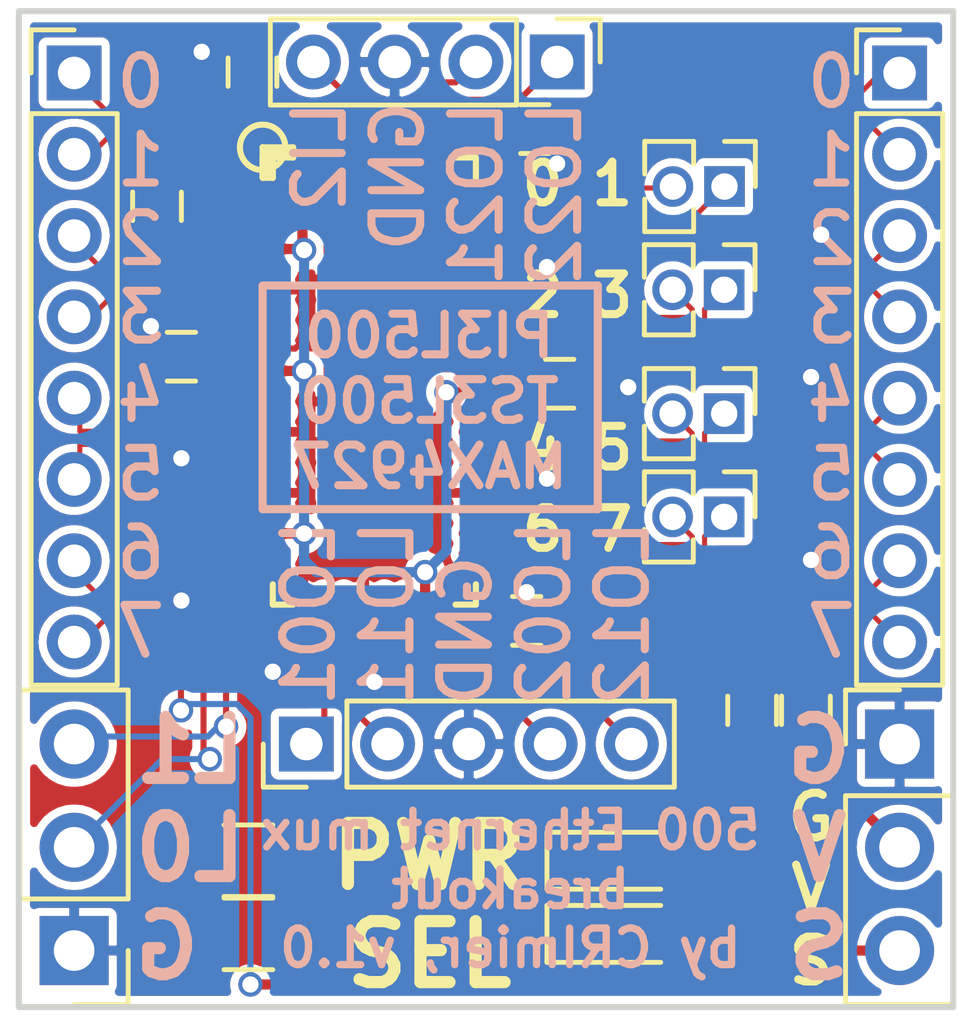
<source format=kicad_pcb>
(kicad_pcb (version 20171130) (host pcbnew "(5.1.2)-1")
  (layers (0 F.Cu signal) (31 B.Cu signal) (34 B.Paste user) (35 F.Paste user) (36 B.SilkS user) (37 F.SilkS user) (38 B.Mask user) (39 F.Mask user) (44 Edge.Cuts user))
  (net 0 "")
  (net 1 GND)
  (net 2 VCC)
  (net 3 A01+)
  (net 4 A01-)
  (net 5 A23+)
  (net 6 A23-)
  (net 7 A45-)
  (net 8 A45+)
  (net 9 A67-)
  (net 10 A67+)
  (net 11 B101-)
  (net 12 B101+)
  (net 13 B132-)
  (net 14 B132+)
  (net 15 B145+)
  (net 16 B145-)
  (net 17 B167+)
  (net 18 B167-)
  (net 19 B201+)
  (net 20 B201-)
  (net 21 B232+)
  (net 22 B232-)
  (net 23 B245+)
  (net 24 B245-)
  (net 25 B267+)
  (net 26 B267-)
  (net 27 SEL)
  (net 28 LI0)
  (net 29 LI1)
  (net 30 LO0_1)
  (net 31 LO1_1)
  (net 32 LO0_2)
  (net 33 LO1_2)
  (net 34 LO2_2)
  (net 35 LO2_1)
  (net 36 LI2)
  (net 37 "Net-(D1-Pad1)")
  (net 38 "Net-(D2-Pad1)")
  (module Capacitors_SMD:C_0603 (layer F.Cu) (at 166.55 112.2 90)
    (fp_text reference C5 hide)
    (fp_text value 1uF)
    (pad 2 smd rect (at 0.75 0 90) (size 0.8 0.75) (layers F.Cu F.Paste F.Mask) (net 1 GND))
    (pad 1 smd rect (at -0.75 0 90) (size 0.8 0.75) (layers F.Cu F.Paste F.Mask) (net 2 VCC))
  )
  (module Capacitors_SMD:C_0603 (layer F.Cu) (at 167.875001 112.2 90)
    (fp_text reference C6 hide)
    (fp_text value 100nF)
    (pad 2 smd rect (at 0.75 0 90) (size 0.8 0.75) (layers F.Cu F.Paste F.Mask) (net 1 GND))
    (pad 1 smd rect (at -0.75 0 90) (size 0.8 0.75) (layers F.Cu F.Paste F.Mask) (net 2 VCC))
  )
  (module Capacitors_SMD:C_0603 (layer F.Cu) (at 154.25 96.5 90)
    (fp_text reference C1 hide)
    (fp_text value 100nF)
    (pad 2 smd rect (at 0.75 0 90) (size 0.8 0.75) (layers F.Cu F.Paste F.Mask) (net 1 GND))
    (pad 1 smd rect (at -0.75 0 90) (size 0.8 0.75) (layers F.Cu F.Paste F.Mask) (net 2 VCC))
  )
  (module Capacitors_SMD:C_0603 (layer F.Cu) (at 161 110)
    (fp_text reference C2 hide)
    (fp_text value 100nF)
    (pad 2 smd rect (at 0.75 0) (size 0.8 0.75) (layers F.Cu F.Paste F.Mask) (net 1 GND))
    (pad 1 smd rect (at -0.75 0) (size 0.8 0.75) (layers F.Cu F.Paste F.Mask) (net 2 VCC))
  )
  (module Capacitors_SMD:C_0603 (layer F.Cu) (at 161.8114 104.1654)
    (fp_text reference C3 hide)
    (fp_text value 100nF)
    (pad 2 smd rect (at 0.75 0) (size 0.8 0.75) (layers F.Cu F.Paste F.Mask) (net 1 GND))
    (pad 1 smd rect (at -0.75 0) (size 0.8 0.75) (layers F.Cu F.Paste F.Mask) (net 2 VCC))
  )
  (module Capacitors_SMD:C_0603 (layer F.Cu) (at 161.2 97.9)
    (fp_text reference C4 hide)
    (fp_text value 100nF)
    (pad 2 smd rect (at 0.75 0) (size 0.8 0.75) (layers F.Cu F.Paste F.Mask) (net 1 GND))
    (pad 1 smd rect (at -0.75 0) (size 0.8 0.75) (layers F.Cu F.Paste F.Mask) (net 2 VCC))
  )
  (module Pin_Headers:Pin_Header_Straight_1x08_Pitch2.00mm (layer F.Cu) (at 149.86 96.52)
    (fp_text reference J1 hide)
    (fp_text value IN)
    (pad 1 thru_hole rect (at 0 0) (size 1.35 1.35) (drill 0.8) (layers *.Cu *.Mask) (net 3 A01+))
    (pad 2 thru_hole oval (at 0 2) (size 1.35 1.35) (drill 0.8) (layers *.Cu *.Mask) (net 4 A01-))
    (pad 3 thru_hole oval (at 0 4) (size 1.35 1.35) (drill 0.8) (layers *.Cu *.Mask) (net 5 A23+))
    (pad 4 thru_hole oval (at 0 6) (size 1.35 1.35) (drill 0.8) (layers *.Cu *.Mask) (net 6 A23-))
    (pad 5 thru_hole oval (at 0 8) (size 1.35 1.35) (drill 0.8) (layers *.Cu *.Mask) (net 7 A45-))
    (pad 6 thru_hole oval (at 0 10) (size 1.35 1.35) (drill 0.8) (layers *.Cu *.Mask) (net 8 A45+))
    (pad 7 thru_hole oval (at 0 12) (size 1.35 1.35) (drill 0.8) (layers *.Cu *.Mask) (net 9 A67-))
    (pad 8 thru_hole oval (at 0 14) (size 1.35 1.35) (drill 0.8) (layers *.Cu *.Mask) (net 10 A67+))
  )
  (module Pin_Headers:Pin_Header_Straight_1x08_Pitch2.00mm (layer F.Cu) (at 170.18 96.52)
    (fp_text reference J6 hide)
    (fp_text value OUT2)
    (pad 1 thru_hole rect (at 0 0) (size 1.35 1.35) (drill 0.8) (layers *.Cu *.Mask) (net 19 B201+))
    (pad 2 thru_hole oval (at 0 2) (size 1.35 1.35) (drill 0.8) (layers *.Cu *.Mask) (net 20 B201-))
    (pad 3 thru_hole oval (at 0 4) (size 1.35 1.35) (drill 0.8) (layers *.Cu *.Mask) (net 21 B232+))
    (pad 4 thru_hole oval (at 0 6) (size 1.35 1.35) (drill 0.8) (layers *.Cu *.Mask) (net 22 B232-))
    (pad 5 thru_hole oval (at 0 8) (size 1.35 1.35) (drill 0.8) (layers *.Cu *.Mask) (net 23 B245+))
    (pad 6 thru_hole oval (at 0 10) (size 1.35 1.35) (drill 0.8) (layers *.Cu *.Mask) (net 24 B245-))
    (pad 7 thru_hole oval (at 0 12) (size 1.35 1.35) (drill 0.8) (layers *.Cu *.Mask) (net 25 B267+))
    (pad 8 thru_hole oval (at 0 14) (size 1.35 1.35) (drill 0.8) (layers *.Cu *.Mask) (net 26 B267-))
  )
  (module footprints:R-PWQFN-N56 (layer F.Cu) (at 157.25 104.1 270)
    (fp_text reference U1 hide)
    (fp_text value 3L500)
    (pad 1 smd oval (at -4.75 2.5 270) (size 0.28 0.85) (layers F.Cu F.Paste F.Mask) (net 1 GND))
    (pad 2 smd oval (at -4.25 2.5 270) (size 0.28 0.85) (layers F.Cu F.Paste F.Mask) (net 3 A01+))
    (pad 3 smd oval (at -3.75 2.5 270) (size 0.28 0.85) (layers F.Cu F.Paste F.Mask) (net 4 A01-))
    (pad 4 smd oval (at -3.25 2.5 270) (size 0.28 0.85) (layers F.Cu F.Paste F.Mask) (net 2 VCC))
    (pad 5 smd oval (at -2.75 2.5 270) (size 0.28 0.85) (layers F.Cu F.Paste F.Mask))
    (pad 6 smd oval (at -2.25 2.5 270) (size 0.28 0.85) (layers F.Cu F.Paste F.Mask) (net 1 GND))
    (pad 7 smd oval (at -1.75 2.5 270) (size 0.28 0.85) (layers F.Cu F.Paste F.Mask) (net 5 A23+))
    (pad 8 smd oval (at -1.25 2.5 270) (size 0.28 0.85) (layers F.Cu F.Paste F.Mask) (net 6 A23-))
    (pad 9 smd oval (at -0.75 2.5 270) (size 0.28 0.85) (layers F.Cu F.Paste F.Mask) (net 1 GND))
    (pad 10 smd oval (at -0.25 2.5 270) (size 0.28 0.85) (layers F.Cu F.Paste F.Mask) (net 2 VCC))
    (pad 11 smd oval (at 0.25 2.5 270) (size 0.28 0.85) (layers F.Cu F.Paste F.Mask) (net 7 A45-))
    (pad 12 smd oval (at 0.75 2.5 270) (size 0.28 0.85) (layers F.Cu F.Paste F.Mask) (net 8 A45+))
    (pad 13 smd oval (at 1.25 2.5 270) (size 0.28 0.85) (layers F.Cu F.Paste F.Mask) (net 1 GND))
    (pad 14 smd oval (at 1.75 2.5 270) (size 0.28 0.85) (layers F.Cu F.Paste F.Mask) (net 9 A67-))
    (pad 15 smd oval (at 2.25 2.5 270) (size 0.28 0.85) (layers F.Cu F.Paste F.Mask) (net 10 A67+))
    (pad 16 smd oval (at 2.75 2.5 270) (size 0.28 0.85) (layers F.Cu F.Paste F.Mask) (net 1 GND))
    (pad 17 smd oval (at 3.25 2.5 270) (size 0.28 0.85) (layers F.Cu F.Paste F.Mask) (net 27 SEL))
    (pad 18 smd oval (at 3.75 2.5 270) (size 0.28 0.85) (layers F.Cu F.Paste F.Mask) (net 2 VCC))
    (pad 19 smd oval (at 4.25 2.5 270) (size 0.28 0.85) (layers F.Cu F.Paste F.Mask) (net 28 LI0))
    (pad 20 smd oval (at 4.75 2.5 270) (size 0.28 0.85) (layers F.Cu F.Paste F.Mask) (net 29 LI1))
    (pad 21 smd oval (at 5.5 1.75) (size 0.28 0.85) (layers F.Cu F.Paste F.Mask) (net 1 GND))
    (pad 22 smd oval (at 5.5 1.25) (size 0.28 0.85) (layers F.Cu F.Paste F.Mask) (net 30 LO0_1))
    (pad 23 smd oval (at 5.5 0.75) (size 0.28 0.85) (layers F.Cu F.Paste F.Mask) (net 31 LO1_1))
    (pad 24 smd oval (at 5.5 0.25) (size 0.28 0.85) (layers F.Cu F.Paste F.Mask) (net 1 GND))
    (pad 25 smd oval (at 5.5 -0.25) (size 0.28 0.85) (layers F.Cu F.Paste F.Mask) (net 32 LO0_2))
    (pad 26 smd oval (at 5.5 -0.75) (size 0.28 0.85) (layers F.Cu F.Paste F.Mask) (net 33 LO1_2))
    (pad 27 smd oval (at 5.5 -1.25) (size 0.28 0.85) (layers F.Cu F.Paste F.Mask) (net 2 VCC))
    (pad 28 smd oval (at 5.5 -1.75) (size 0.28 0.85) (layers F.Cu F.Paste F.Mask) (net 1 GND))
    (pad 29 smd oval (at 4.75 -2.5 270) (size 0.28 0.85) (layers F.Cu F.Paste F.Mask) (net 26 B267-))
    (pad 30 smd oval (at 4.25 -2.5 270) (size 0.28 0.85) (layers F.Cu F.Paste F.Mask) (net 25 B267+))
    (pad 31 smd oval (at 3.75 -2.5 270) (size 0.28 0.85) (layers F.Cu F.Paste F.Mask) (net 17 B167+))
    (pad 32 smd oval (at 3.25 -2.5 270) (size 0.28 0.85) (layers F.Cu F.Paste F.Mask) (net 18 B167-))
    (pad 33 smd oval (at 2.75 -2.5 270) (size 0.28 0.85) (layers F.Cu F.Paste F.Mask) (net 1 GND))
    (pad 34 smd oval (at 2.25 -2.5 270) (size 0.28 0.85) (layers F.Cu F.Paste F.Mask) (net 24 B245-))
    (pad 35 smd oval (at 1.75 -2.5 270) (size 0.28 0.85) (layers F.Cu F.Paste F.Mask) (net 23 B245+))
    (pad 36 smd oval (at 1.25 -2.5 270) (size 0.28 0.85) (layers F.Cu F.Paste F.Mask) (net 15 B145+))
    (pad 37 smd oval (at 0.75 -2.5 270) (size 0.28 0.85) (layers F.Cu F.Paste F.Mask) (net 16 B145-))
    (pad 38 smd oval (at 0.25 -2.5 270) (size 0.28 0.85) (layers F.Cu F.Paste F.Mask) (net 2 VCC))
    (pad 39 smd oval (at -0.25 -2.5 270) (size 0.28 0.85) (layers F.Cu F.Paste F.Mask) (net 1 GND))
    (pad 40 smd oval (at -0.75 -2.5 270) (size 0.28 0.85) (layers F.Cu F.Paste F.Mask) (net 22 B232-))
    (pad 41 smd oval (at -1.25 -2.5 270) (size 0.28 0.85) (layers F.Cu F.Paste F.Mask) (net 21 B232+))
    (pad 42 smd oval (at -1.75 -2.5 270) (size 0.28 0.85) (layers F.Cu F.Paste F.Mask) (net 13 B132-))
    (pad 43 smd oval (at -2.25 -2.5 270) (size 0.28 0.85) (layers F.Cu F.Paste F.Mask) (net 14 B132+))
    (pad 44 smd oval (at -2.75 -2.5 270) (size 0.28 0.85) (layers F.Cu F.Paste F.Mask) (net 1 GND))
    (pad 45 smd oval (at -3.25 -2.5 270) (size 0.28 0.85) (layers F.Cu F.Paste F.Mask) (net 20 B201-))
    (pad 46 smd oval (at -3.75 -2.5 270) (size 0.28 0.85) (layers F.Cu F.Paste F.Mask) (net 19 B201+))
    (pad 47 smd oval (at -4.25 -2.5 270) (size 0.28 0.85) (layers F.Cu F.Paste F.Mask) (net 11 B101-))
    (pad 48 smd oval (at -4.75 -2.5 270) (size 0.28 0.85) (layers F.Cu F.Paste F.Mask) (net 12 B101+))
    (pad 49 smd oval (at -5.5 -1.75) (size 0.28 0.85) (layers F.Cu F.Paste F.Mask) (net 1 GND))
    (pad 50 smd oval (at -5.5 -1.25) (size 0.28 0.85) (layers F.Cu F.Paste F.Mask) (net 2 VCC))
    (pad 51 smd oval (at -5.5 -0.75) (size 0.28 0.85) (layers F.Cu F.Paste F.Mask) (net 34 LO2_2))
    (pad 52 smd oval (at -5.5 -0.25) (size 0.28 0.85) (layers F.Cu F.Paste F.Mask) (net 35 LO2_1))
    (pad 53 smd oval (at -5.5 0.25) (size 0.28 0.85) (layers F.Cu F.Paste F.Mask) (net 1 GND))
    (pad 54 smd oval (at -5.5 0.75) (size 0.28 0.85) (layers F.Cu F.Paste F.Mask) (net 36 LI2))
    (pad 55 smd oval (at -5.5 1.25) (size 0.28 0.85) (layers F.Cu F.Paste F.Mask) (net 1 GND))
    (pad 56 smd oval (at -5.5 1.75) (size 0.28 0.85) (layers F.Cu F.Paste F.Mask) (net 2 VCC))
    (pad 1 smd rect (at 0.5 -0.75 270) (size 0.76 1) (layers F.Cu F.Paste F.Mask) (net 1 GND))
    (pad 1 smd rect (at 0.5 0.75 270) (size 0.76 1) (layers F.Cu F.Paste F.Mask) (net 1 GND))
    (pad 1 smd rect (at -0.5 0.75 270) (size 0.76 1) (layers F.Cu F.Paste F.Mask) (net 1 GND))
    (pad 1 smd rect (at -0.5 -0.75 270) (size 0.76 1) (layers F.Cu F.Paste F.Mask) (net 1 GND))
    (pad 1 smd rect (at -1.5 -0.75 270) (size 0.76 1) (layers F.Cu F.Paste F.Mask) (net 1 GND))
    (pad 1 smd rect (at -1.5 0.75 270) (size 0.76 1) (layers F.Cu F.Paste F.Mask) (net 1 GND))
    (pad 1 smd rect (at -2.5 0.75 270) (size 0.76 1) (layers F.Cu F.Paste F.Mask) (net 1 GND))
    (pad 1 smd rect (at -2.5 -0.75 270) (size 0.76 1) (layers F.Cu F.Paste F.Mask) (net 1 GND))
    (pad 1 smd rect (at 2.5 0.75 270) (size 0.76 1) (layers F.Cu F.Paste F.Mask) (net 1 GND))
    (pad 1 smd rect (at 1.5 0.75 270) (size 0.76 1) (layers F.Cu F.Paste F.Mask) (net 1 GND))
    (pad 1 smd rect (at 2.5 -0.75 270) (size 0.76 1) (layers F.Cu F.Paste F.Mask) (net 1 GND))
    (pad 1 smd rect (at 1.5 -0.75 270) (size 0.76 1) (layers F.Cu F.Paste F.Mask) (net 1 GND))
    (pad 1 smd rect (at 3.5 0.75 270) (size 0.76 1) (layers F.Cu F.Paste F.Mask) (net 1 GND))
    (pad 1 smd rect (at 3.5 -0.75 270) (size 0.76 1) (layers F.Cu F.Paste F.Mask) (net 1 GND))
    (pad 1 smd rect (at -3.5 0.75 270) (size 0.76 1) (layers F.Cu F.Paste F.Mask) (net 1 GND))
    (pad 1 smd rect (at -3.5 -0.75 270) (size 0.76 1) (layers F.Cu F.Paste F.Mask) (net 1 GND))
  )
  (module Pin_Headers:Pin_Header_Straight_1x02_Pitch1.27mm (layer F.Cu) (at 165.87 99.314 270)
    (fp_text reference J2 hide)
    (fp_text value 01)
    (pad 1 thru_hole rect (at 0 0 270) (size 1 1) (drill 0.65) (layers *.Cu *.Mask) (net 11 B101-))
    (pad 2 thru_hole oval (at 0 1.27 270) (size 1 1) (drill 0.65) (layers *.Cu *.Mask) (net 12 B101+))
  )
  (module Pin_Headers:Pin_Header_Straight_1x02_Pitch1.27mm (layer F.Cu) (at 165.862 101.854 270)
    (fp_text reference J3 hide)
    (fp_text value 23)
    (pad 1 thru_hole rect (at 0 0 270) (size 1 1) (drill 0.65) (layers *.Cu *.Mask) (net 13 B132-))
    (pad 2 thru_hole oval (at 0 1.27 270) (size 1 1) (drill 0.65) (layers *.Cu *.Mask) (net 14 B132+))
  )
  (module Pin_Headers:Pin_Header_Straight_1x02_Pitch1.27mm (layer F.Cu) (at 165.862 104.902 270)
    (fp_text reference J4 hide)
    (fp_text value 45)
    (pad 1 thru_hole rect (at 0 0 270) (size 1 1) (drill 0.65) (layers *.Cu *.Mask) (net 15 B145+))
    (pad 2 thru_hole oval (at 0 1.27 270) (size 1 1) (drill 0.65) (layers *.Cu *.Mask) (net 16 B145-))
  )
  (module Pin_Headers:Pin_Header_Straight_1x02_Pitch1.27mm (layer F.Cu) (at 165.862 107.442 270)
    (fp_text reference J5 hide)
    (fp_text value 67)
    (pad 1 thru_hole rect (at 0 0 270) (size 1 1) (drill 0.65) (layers *.Cu *.Mask) (net 17 B167+))
    (pad 2 thru_hole oval (at 0 1.27 270) (size 1 1) (drill 0.65) (layers *.Cu *.Mask) (net 18 B167-))
  )
  (module Pin_Headers:Pin_Header_Straight_1x05_Pitch2.00mm (layer F.Cu) (at 155.5755 113.03 90)
    (fp_text reference J8 hide)
    (fp_text value LO0/1)
    (pad 1 thru_hole rect (at 0 0 90) (size 1.35 1.35) (drill 0.8) (layers *.Cu *.Mask) (net 30 LO0_1))
    (pad 2 thru_hole oval (at 0 2 90) (size 1.35 1.35) (drill 0.8) (layers *.Cu *.Mask) (net 31 LO1_1))
    (pad 3 thru_hole oval (at 0 4 90) (size 1.35 1.35) (drill 0.8) (layers *.Cu *.Mask) (net 1 GND))
    (pad 4 thru_hole oval (at 0 6 90) (size 1.35 1.35) (drill 0.8) (layers *.Cu *.Mask) (net 32 LO0_2))
    (pad 5 thru_hole oval (at 0 8 90) (size 1.35 1.35) (drill 0.8) (layers *.Cu *.Mask) (net 33 LO1_2))
  )
  (module Pin_Headers:Pin_Header_Straight_1x04_Pitch2.00mm (layer F.Cu) (at 161.75 96.25 270)
    (fp_text reference J9 hide)
    (fp_text value LO2)
    (pad 1 thru_hole rect (at 0 0 270) (size 1.35 1.35) (drill 0.8) (layers *.Cu *.Mask) (net 34 LO2_2))
    (pad 2 thru_hole oval (at 0 2 270) (size 1.35 1.35) (drill 0.8) (layers *.Cu *.Mask) (net 35 LO2_1))
    (pad 3 thru_hole oval (at 0 4 270) (size 1.35 1.35) (drill 0.8) (layers *.Cu *.Mask) (net 1 GND))
    (pad 4 thru_hole oval (at 0 6 270) (size 1.35 1.35) (drill 0.8) (layers *.Cu *.Mask) (net 36 LI2))
  )
  (module Pin_Headers:Pin_Header_Straight_1x03_Pitch2.54mm (layer F.Cu) (at 170.18 113.03)
    (fp_text reference J7 hide)
    (fp_text value IO)
    (pad 1 thru_hole rect (at 0 0) (size 1.7 1.7) (drill 1) (layers *.Cu *.Mask) (net 1 GND))
    (pad 2 thru_hole oval (at 0 2.54) (size 1.7 1.7) (drill 1) (layers *.Cu *.Mask) (net 2 VCC))
    (pad 3 thru_hole oval (at 0 5.08) (size 1.7 1.7) (drill 1) (layers *.Cu *.Mask) (net 27 SEL))
  )
  (module Pin_Headers:Pin_Header_Straight_1x03_Pitch2.54mm (layer F.Cu) (at 149.86 118.11 180)
    (fp_text reference J10 hide)
    (fp_text value LI)
    (pad 1 thru_hole rect (at 0 0 180) (size 1.7 1.7) (drill 1) (layers *.Cu *.Mask) (net 1 GND))
    (pad 2 thru_hole oval (at 0 2.54 180) (size 1.7 1.7) (drill 1) (layers *.Cu *.Mask) (net 28 LI0))
    (pad 3 thru_hole oval (at 0 5.08 180) (size 1.7 1.7) (drill 1) (layers *.Cu *.Mask) (net 29 LI1))
  )
  (module Capacitors_SMD:C_0603 (layer F.Cu) (at 152.5 103.5 180)
    (fp_text reference C7 hide)
    (fp_text value 100nF)
    (pad 2 smd rect (at 0.75 0 180) (size 0.8 0.75) (layers F.Cu F.Paste F.Mask) (net 1 GND))
    (pad 1 smd rect (at -0.75 0 180) (size 0.8 0.75) (layers F.Cu F.Paste F.Mask) (net 2 VCC))
  )
  (module Capacitors_SMD:C_0603 (layer F.Cu) (at 151.9 99.8 90)
    (fp_text reference C8 hide)
    (fp_text value 100nF)
    (pad 2 smd rect (at 0.75 0 90) (size 0.8 0.75) (layers F.Cu F.Paste F.Mask) (net 1 GND))
    (pad 1 smd rect (at -0.75 0 90) (size 0.8 0.75) (layers F.Cu F.Paste F.Mask) (net 2 VCC))
  )
  (module LEDs:LED_0805 (layer F.Cu) (at 163.3 117.7)
    (fp_text reference D1 hide)
    (fp_text value LED)
    (pad 2 smd rect (at 1.1 0 180) (size 1.2 1.2) (layers F.Cu F.Paste F.Mask) (net 27 SEL))
    (pad 1 smd rect (at -1.1 0 180) (size 1.2 1.2) (layers F.Cu F.Paste F.Mask) (net 37 "Net-(D1-Pad1)"))
  )
  (module LEDs:LED_0805 (layer F.Cu) (at 163.3 115.9)
    (fp_text reference D2 hide)
    (fp_text value LED)
    (pad 2 smd rect (at 1.1 0 180) (size 1.2 1.2) (layers F.Cu F.Paste F.Mask) (net 2 VCC))
    (pad 1 smd rect (at -1.1 0 180) (size 1.2 1.2) (layers F.Cu F.Paste F.Mask) (net 38 "Net-(D2-Pad1)"))
  )
  (module Resistors_SMD:R_0805 (layer F.Cu) (at 154.15 117.7 180)
    (fp_text reference R1 hide)
    (fp_text value 1K)
    (pad 1 smd rect (at -0.95 0 180) (size 0.7 1.3) (layers F.Cu F.Paste F.Mask) (net 37 "Net-(D1-Pad1)"))
    (pad 2 smd rect (at 0.95 0 180) (size 0.7 1.3) (layers F.Cu F.Paste F.Mask) (net 1 GND))
  )
  (module Resistors_SMD:R_0805 (layer F.Cu) (at 154.15 115.9 180)
    (fp_text reference R2 hide)
    (fp_text value 1K)
    (pad 1 smd rect (at -0.95 0 180) (size 0.7 1.3) (layers F.Cu F.Paste F.Mask) (net 38 "Net-(D2-Pad1)"))
    (pad 2 smd rect (at 0.95 0 180) (size 0.7 1.3) (layers F.Cu F.Paste F.Mask) (net 1 GND))
  )
  (gr_text "G\nV\nS" (at 168 116.6) (layer F.SilkS) (effects (font (size 1.1 1.1) (thickness 0.2))))
  (gr_text "6 7" (at 162.25 107.75) (layer F.SilkS) (effects (font (size 1 1) (thickness 0.2))))
  (gr_text "4 5" (at 162.25 105.75) (layer F.SilkS) (effects (font (size 1 1) (thickness 0.2))))
  (gr_text "2 3" (at 162.25 102) (layer F.SilkS) (effects (font (size 1 1) (thickness 0.2))))
  (gr_text "0 1" (at 162.25 99.25) (layer F.SilkS) (effects (font (size 1 1) (thickness 0.2))))
  (gr_line (start 154.5 107.25) (end 154.5 101.75) (layer B.SilkS) (width 0.2))
  (gr_line (start 162.75 107.25) (end 154.5 107.25) (layer B.SilkS) (width 0.2))
  (gr_line (start 162.75 101.75) (end 162.75 107.25) (layer B.SilkS) (width 0.2))
  (gr_line (start 154.5 101.75) (end 162.75 101.75) (layer B.SilkS) (width 0.2))
  (gr_text "PI3L500\nTS3L500\nMAX4927" (at 158.6 104.6) (layer B.SilkS) (effects (font (size 1 1) (thickness 0.2)) (justify mirror)))
  (gr_text "LI2\nGND\nLO21\nLO22" (at 158.8 97.1 90) (layer B.SilkS) (effects (font (size 1.2 1.2) (thickness 0.2)) (justify left mirror)))
  (gr_text "LO01\nLO11\nGND\nLO02\nLO12" (at 159.5 112.2 90) (layer B.SilkS) (effects (font (size 1.2 1.2) (thickness 0.2)) (justify right mirror)))
  (gr_text "0\n1\n2\n3\n4\n5\n6\n7" (at 168.5 103.5) (layer B.SilkS) (effects (font (size 1.2 1.2) (thickness 0.2)) (justify mirror)))
  (gr_text "0\n1\n2\n3\n4\n5\n6\n7" (at 151.5 103.5) (layer B.SilkS) (effects (font (size 1.2 1.2) (thickness 0.2)) (justify mirror)))
  (gr_text "L1\nL0\nG" (at 151.2 115.6) (layer B.SilkS) (effects (font (size 1.5 1.5) (thickness 0.3)) (justify right mirror)))
  (gr_text "G\nV\nS" (at 168.2 115.6) (layer B.SilkS) (effects (font (size 1.5 1.5) (thickness 0.3)) (justify mirror)))
  (gr_text "500 Ethernet mux\nbreakout\nby CRImier, v1.0" (at 160.6 116.6) (layer B.SilkS) (effects (font (size 0.9 0.9) (thickness 0.18)) (justify mirror)))
  (gr_text "PWR\nSEL" (at 158.6 117) (layer F.SilkS) (effects (font (size 1.5 1.5) (thickness 0.3))))
  (gr_line (start 148.5 119.5) (end 148.5 95) (layer Edge.Cuts) (width 0.15))
  (gr_line (start 171.5 119.5) (end 148.5 119.5) (layer Edge.Cuts) (width 0.15))
  (gr_line (start 171.5 95) (end 171.5 119.5) (layer Edge.Cuts) (width 0.15))
  (gr_line (start 148.5 95) (end 171.5 95) (layer Edge.Cuts) (width 0.15))
  (segment (start 155.6 102.6) (end 156.5 102.6) (width 0.15) (layer F.Cu) (net 1))
  (segment (start 155.6 103) (end 155.6 102.6) (width 0.15) (layer F.Cu) (net 1))
  (segment (start 155.3 103.3) (end 155.6 103) (width 0.15) (layer F.Cu) (net 1))
  (segment (start 155.143628 103.3) (end 155.3 103.3) (width 0.15) (layer F.Cu) (net 1))
  (segment (start 154.75 103.35) (end 155.093628 103.35) (width 0.15) (layer F.Cu) (net 1))
  (segment (start 155.093628 103.35) (end 155.143628 103.3) (width 0.15) (layer F.Cu) (net 1))
  (segment (start 154.75 101.85) (end 154.406372 101.85) (width 0.15) (layer F.Cu) (net 1))
  (segment (start 154.406372 101.85) (end 153.856372 101.3) (width 0.15) (layer F.Cu) (net 1))
  (segment (start 151.75 103.5) (end 151.75 102.75) (width 0.25) (layer F.Cu) (net 1))
  (via (at 151.75 102.75) (size 0.6) (drill 0.4) (layers F.Cu B.Cu) (net 1))
  (segment (start 154.25 95.75) (end 153.25 95.75) (width 0.25) (layer F.Cu) (net 1))
  (segment (start 153.25 95.75) (end 153 96) (width 0.25) (layer F.Cu) (net 1))
  (via (at 153 96) (size 0.6) (drill 0.4) (layers F.Cu B.Cu) (net 1))
  (segment (start 162 97.75) (end 162 98.5) (width 0.1) (layer F.Cu) (net 1))
  (segment (start 162 98.5) (end 161.75 98.75) (width 0.1) (layer F.Cu) (net 1))
  (via (at 161.75 98.75) (size 0.6) (drill 0.4) (layers F.Cu B.Cu) (net 1))
  (segment (start 161.75 110) (end 161.705 110) (width 0.1) (layer F.Cu) (net 1))
  (segment (start 161.705 110) (end 161 109.295) (width 0.1) (layer F.Cu) (net 1))
  (via (at 161 109.295) (size 0.6) (drill 0.4) (layers F.Cu B.Cu) (net 1))
  (segment (start 157 109.6) (end 157 111.25) (width 0.1) (layer F.Cu) (net 1))
  (segment (start 157 111.25) (end 157.25 111.5) (width 0.1) (layer F.Cu) (net 1))
  (via (at 157.25 111.5) (size 0.6) (drill 0.4) (layers F.Cu B.Cu) (net 1))
  (segment (start 155.5 109.6) (end 155.5 110.5) (width 0.1) (layer F.Cu) (net 1))
  (segment (start 155.5 110.5) (end 154.75 111.25) (width 0.1) (layer F.Cu) (net 1))
  (via (at 154.75 111.25) (size 0.6) (drill 0.4) (layers F.Cu B.Cu) (net 1))
  (via (at 152.5 109.5) (size 0.6) (drill 0.4) (layers F.Cu B.Cu) (net 1))
  (segment (start 154.75 106.85) (end 154.338652 106.85) (width 0.1) (layer F.Cu) (net 1))
  (segment (start 168 104) (end 168 100.75) (width 0.1) (layer B.Cu) (net 1))
  (segment (start 168 100.75) (end 168.25 100.5) (width 0.1) (layer B.Cu) (net 1))
  (via (at 168.25 100.5) (size 0.6) (drill 0.4) (layers F.Cu B.Cu) (net 1))
  (segment (start 168 108.5) (end 168 104) (width 0.1) (layer B.Cu) (net 1))
  (via (at 168 104) (size 0.6) (drill 0.4) (layers F.Cu B.Cu) (net 1))
  (segment (start 161.5 107) (end 163 108.5) (width 0.1) (layer B.Cu) (net 1))
  (segment (start 163 108.5) (end 168 108.5) (width 0.1) (layer B.Cu) (net 1))
  (via (at 168 108.5) (size 0.6) (drill 0.4) (layers F.Cu B.Cu) (net 1))
  (segment (start 161.5 106.5) (end 161.5 107) (width 0.1) (layer B.Cu) (net 1))
  (segment (start 154.75 105.35) (end 153.15 105.35) (width 0.1) (layer F.Cu) (net 1))
  (segment (start 153.15 105.35) (end 152.5 106) (width 0.1) (layer F.Cu) (net 1))
  (via (at 152.5 106) (size 0.6) (drill 0.4) (layers F.Cu B.Cu) (net 1))
  (segment (start 154.75 101.85) (end 154.35 101.85) (width 0.1) (layer F.Cu) (net 1))
  (segment (start 159.75 103.85) (end 160.228671 103.85) (width 0.1) (layer F.Cu) (net 1))
  (segment (start 160.228671 103.85) (end 160.518272 103.560399) (width 0.1) (layer F.Cu) (net 1))
  (segment (start 160.518272 103.560399) (end 161.956399 103.560399) (width 0.1) (layer F.Cu) (net 1))
  (segment (start 161.956399 103.560399) (end 162.5614 104.1654) (width 0.1) (layer F.Cu) (net 1))
  (segment (start 159.75 101.35) (end 161.445 101.35) (width 0.1) (layer F.Cu) (net 1))
  (segment (start 161.445 101.35) (end 161.5 101.295) (width 0.1) (layer F.Cu) (net 1))
  (via (at 161.5 101.295) (size 0.6) (drill 0.4) (layers F.Cu B.Cu) (net 1))
  (segment (start 162.5614 104.1654) (end 163.4154 104.1654) (width 0.1) (layer F.Cu) (net 1))
  (segment (start 163.4154 104.1654) (end 163.5 104.25) (width 0.1) (layer F.Cu) (net 1))
  (via (at 163.5 104.25) (size 0.6) (drill 0.4) (layers F.Cu B.Cu) (net 1))
  (segment (start 159.75 106.85) (end 161.15 106.85) (width 0.1) (layer F.Cu) (net 1))
  (segment (start 161.15 106.85) (end 161.5 106.5) (width 0.1) (layer F.Cu) (net 1))
  (via (at 161.5 106.5) (size 0.6) (drill 0.4) (layers F.Cu B.Cu) (net 1))
  (segment (start 158.9786 103.759) (end 158.8196 103.6) (width 0.25) (layer F.Cu) (net 1))
  (segment (start 158.8196 103.6) (end 158 103.6) (width 0.25) (layer F.Cu) (net 1))
  (segment (start 159.244661 103.759) (end 158.9786 103.759) (width 0.25) (layer F.Cu) (net 1))
  (segment (start 159.75 103.85) (end 159.335661 103.85) (width 0.25) (layer F.Cu) (net 1))
  (segment (start 159.335661 103.85) (end 159.244661 103.759) (width 0.25) (layer F.Cu) (net 1))
  (segment (start 152.5 109.25) (end 152.5 109.5) (width 0.1) (layer F.Cu) (net 1))
  (segment (start 153.352285 108.397715) (end 152.5 109.25) (width 0.1) (layer F.Cu) (net 1))
  (segment (start 153.352285 107.647715) (end 153.352285 108.397715) (width 0.1) (layer F.Cu) (net 1))
  (segment (start 154.75 106.85) (end 154.15 106.85) (width 0.1) (layer F.Cu) (net 1))
  (segment (start 154.15 106.85) (end 153.352285 107.647715) (width 0.1) (layer F.Cu) (net 1))
  (segment (start 164.55 115.75) (end 164.4 115.9) (width 0.2) (layer F.Cu) (net 2))
  (segment (start 154.75 100.85) (end 152.2 100.85) (width 0.25) (layer F.Cu) (net 2))
  (segment (start 152.2 100.85) (end 151.9 100.55) (width 0.25) (layer F.Cu) (net 2))
  (segment (start 154.75 103.85) (end 153.6 103.85) (width 0.25) (layer F.Cu) (net 2))
  (segment (start 153.6 103.85) (end 153.25 103.5) (width 0.25) (layer F.Cu) (net 2))
  (segment (start 155.5 98.6) (end 155.5 98.5) (width 0.25) (layer F.Cu) (net 2))
  (segment (start 155.5 98.5) (end 154.25 97.25) (width 0.25) (layer F.Cu) (net 2))
  (segment (start 158.975661 110.49) (end 159.76 110.49) (width 0.25) (layer F.Cu) (net 2))
  (segment (start 159.76 110.49) (end 160.25 110) (width 0.25) (layer F.Cu) (net 2))
  (segment (start 158.5 109.6) (end 158.5 110.014339) (width 0.25) (layer F.Cu) (net 2))
  (segment (start 158.5 110.014339) (end 158.975661 110.49) (width 0.25) (layer F.Cu) (net 2))
  (segment (start 155.519998 107.85) (end 155.519998 108.598887) (width 0.25) (layer B.Cu) (net 2))
  (segment (start 158.5 98.6) (end 158.5 98.097387) (width 0.25) (layer F.Cu) (net 2))
  (segment (start 158.5 98.097387) (end 158.847387 97.75) (width 0.25) (layer F.Cu) (net 2))
  (segment (start 158.847387 97.75) (end 160.5 97.75) (width 0.25) (layer F.Cu) (net 2))
  (segment (start 159.75 104.35) (end 160.8768 104.35) (width 0.25) (layer F.Cu) (net 2))
  (segment (start 160.8768 104.35) (end 161.0614 104.1654) (width 0.25) (layer F.Cu) (net 2))
  (segment (start 155.48001 99.4) (end 155.48001 100.5) (width 0.25) (layer F.Cu) (net 2))
  (segment (start 155.48001 100.5) (end 155.48001 100.720937) (width 0.25) (layer F.Cu) (net 2))
  (segment (start 155.519998 100.875) (end 155.48001 100.835012) (width 0.25) (layer F.Cu) (net 2))
  (segment (start 155.48001 100.835012) (end 155.48001 100.5) (width 0.25) (layer F.Cu) (net 2))
  (segment (start 155.519998 103.85) (end 155.519998 100.875) (width 0.25) (layer B.Cu) (net 2))
  (via (at 155.519998 100.875) (size 0.6) (drill 0.4) (layers F.Cu B.Cu) (net 2))
  (segment (start 155.48001 100.720937) (end 155.350947 100.85) (width 0.25) (layer F.Cu) (net 2))
  (segment (start 155.350947 100.85) (end 154.75 100.85) (width 0.25) (layer F.Cu) (net 2))
  (segment (start 155.519998 103.85) (end 154.75 103.85) (width 0.25) (layer F.Cu) (net 2))
  (segment (start 155.519998 107.85) (end 155.519998 103.85) (width 0.25) (layer B.Cu) (net 2))
  (via (at 155.519998 103.85) (size 0.6) (drill 0.4) (layers F.Cu B.Cu) (net 2))
  (segment (start 159.025 104.375) (end 159.725 104.375) (width 0.25) (layer F.Cu) (net 2))
  (segment (start 159.725 104.375) (end 159.75 104.35) (width 0.25) (layer F.Cu) (net 2))
  (segment (start 158.5 108.8) (end 159.025 108.275) (width 0.25) (layer B.Cu) (net 2))
  (segment (start 159.025 108.275) (end 159.025 104.375) (width 0.25) (layer B.Cu) (net 2))
  (via (at 159.025 104.375) (size 0.6) (drill 0.4) (layers F.Cu B.Cu) (net 2))
  (segment (start 158.5 108.8) (end 158.5 109.6) (width 0.25) (layer F.Cu) (net 2))
  (segment (start 155.519998 108.494998) (end 155.825 108.8) (width 0.25) (layer B.Cu) (net 2))
  (segment (start 155.825 108.8) (end 158.5 108.8) (width 0.25) (layer B.Cu) (net 2))
  (via (at 158.5 108.8) (size 0.6) (drill 0.4) (layers F.Cu B.Cu) (net 2))
  (segment (start 155.519998 107.85) (end 155.519998 108.494998) (width 0.25) (layer B.Cu) (net 2))
  (segment (start 154.75 107.85) (end 155.519998 107.85) (width 0.25) (layer F.Cu) (net 2))
  (via (at 155.519998 107.85) (size 0.6) (drill 0.4) (layers F.Cu B.Cu) (net 2))
  (segment (start 155.48001 98.61999) (end 155.48001 99.4) (width 0.25) (layer F.Cu) (net 2))
  (segment (start 158.114339 99.4) (end 155.48001 99.4) (width 0.25) (layer F.Cu) (net 2))
  (segment (start 158.5 98.6) (end 158.5 99.014339) (width 0.25) (layer F.Cu) (net 2))
  (segment (start 158.5 99.014339) (end 158.114339 99.4) (width 0.25) (layer F.Cu) (net 2))
  (segment (start 155.5 98.6) (end 155.48001 98.61999) (width 0.25) (layer F.Cu) (net 2))
  (segment (start 168 113.074999) (end 167.875001 112.95) (width 0.25) (layer F.Cu) (net 2))
  (segment (start 166.55 112.95) (end 167.875001 112.95) (width 0.25) (layer F.Cu) (net 2))
  (segment (start 169.16 114.55) (end 170.18 115.57) (width 0.25) (layer F.Cu) (net 2))
  (segment (start 161.36348 111.11348) (end 164.71348 111.11348) (width 0.25) (layer F.Cu) (net 2))
  (segment (start 160.25 110) (end 161.36348 111.11348) (width 0.25) (layer F.Cu) (net 2))
  (segment (start 164.71348 111.11348) (end 165.2 111.6) (width 0.25) (layer F.Cu) (net 2))
  (segment (start 165.2 111.6) (end 165.2 112.6) (width 0.25) (layer F.Cu) (net 2))
  (segment (start 165.55 112.95) (end 166.55 112.95) (width 0.25) (layer F.Cu) (net 2))
  (segment (start 167.875001 114.275001) (end 168.15 114.55) (width 0.25) (layer F.Cu) (net 2))
  (segment (start 167.875001 112.95) (end 167.875001 114.275001) (width 0.25) (layer F.Cu) (net 2))
  (segment (start 168.15 114.55) (end 169.16 114.55) (width 0.25) (layer F.Cu) (net 2))
  (segment (start 164.4 115.9) (end 164.4 114.6) (width 0.2) (layer F.Cu) (net 2))
  (segment (start 164.4 114.6) (end 165 114) (width 0.2) (layer F.Cu) (net 2))
  (segment (start 165 113.2) (end 165.4 112.8) (width 0.2) (layer F.Cu) (net 2))
  (segment (start 165 114) (end 165 113.2) (width 0.2) (layer F.Cu) (net 2))
  (segment (start 165.2 112.6) (end 165.4 112.8) (width 0.25) (layer F.Cu) (net 2))
  (segment (start 165.4 112.8) (end 165.55 112.95) (width 0.25) (layer F.Cu) (net 2))
  (segment (start 153.665684 99.85) (end 153.352511 99.536827) (width 0.125) (layer F.Cu) (net 3))
  (segment (start 154.75 99.85) (end 153.665684 99.85) (width 0.125) (layer F.Cu) (net 3))
  (segment (start 152.752336 97.679567) (end 150.879567 97.679567) (width 0.125) (layer F.Cu) (net 3))
  (segment (start 153.352511 99.536827) (end 153.35251 98.279741) (width 0.125) (layer F.Cu) (net 3))
  (segment (start 153.35251 98.279741) (end 152.752336 97.679567) (width 0.125) (layer F.Cu) (net 3))
  (segment (start 150.879567 97.679567) (end 150 96.8) (width 0.125) (layer F.Cu) (net 3))
  (segment (start 152.625997 97.984578) (end 150.815422 97.984578) (width 0.125) (layer F.Cu) (net 4))
  (segment (start 153.636834 100.2525) (end 153.0475 99.663166) (width 0.125) (layer F.Cu) (net 4))
  (segment (start 150.815422 97.984578) (end 150 98.8) (width 0.125) (layer F.Cu) (net 4))
  (segment (start 154.0875 100.2525) (end 153.636834 100.2525) (width 0.125) (layer F.Cu) (net 4))
  (segment (start 154.185 100.35) (end 154.0875 100.2525) (width 0.125) (layer F.Cu) (net 4))
  (segment (start 154.75 100.35) (end 154.185 100.35) (width 0.125) (layer F.Cu) (net 4))
  (segment (start 153.0475 99.663166) (end 153.0475 98.406081) (width 0.125) (layer F.Cu) (net 4))
  (segment (start 153.0475 98.406081) (end 152.625997 97.984578) (width 0.125) (layer F.Cu) (net 4))
  (segment (start 154.75 102.35) (end 154.681335 102.35) (width 0.125) (layer F.Cu) (net 5))
  (segment (start 154.681335 102.35) (end 154.563845 102.23251) (width 0.125) (layer F.Cu) (net 5))
  (segment (start 154.30656 102.23251) (end 153.721551 101.647501) (width 0.125) (layer F.Cu) (net 5))
  (segment (start 154.563845 102.23251) (end 154.30656 102.23251) (width 0.125) (layer F.Cu) (net 5))
  (segment (start 153.721551 101.647501) (end 150.847501 101.647501) (width 0.125) (layer F.Cu) (net 5))
  (segment (start 150.847501 101.647501) (end 150 100.8) (width 0.125) (layer F.Cu) (net 5))
  (segment (start 154.08249 102.50844) (end 154.08249 102.439762) (width 0.125) (layer F.Cu) (net 6))
  (segment (start 154.30656 102.73251) (end 154.08249 102.50844) (width 0.125) (layer F.Cu) (net 6))
  (segment (start 154.75 102.85) (end 154.63251 102.73251) (width 0.125) (layer F.Cu) (net 6))
  (segment (start 154.08249 102.439762) (end 153.595227 101.952499) (width 0.125) (layer F.Cu) (net 6))
  (segment (start 154.63251 102.73251) (end 154.30656 102.73251) (width 0.125) (layer F.Cu) (net 6))
  (segment (start 153.595227 101.952499) (end 150.847501 101.952499) (width 0.125) (layer F.Cu) (net 6))
  (segment (start 150.847501 101.952499) (end 150 102.8) (width 0.125) (layer F.Cu) (net 6))
  (segment (start 154.75 104.35) (end 154.185 104.35) (width 0.125) (layer F.Cu) (net 7))
  (segment (start 154.013134 104.521866) (end 152.662468 104.521866) (width 0.125) (layer F.Cu) (net 7))
  (segment (start 154.185 104.35) (end 154.013134 104.521866) (width 0.125) (layer F.Cu) (net 7))
  (segment (start 152.662468 104.521866) (end 151.849871 105.334463) (width 0.125) (layer F.Cu) (net 7))
  (segment (start 151.849871 105.334463) (end 150 105.334463) (width 0.125) (layer F.Cu) (net 7))
  (segment (start 150 105.334463) (end 150 104.8) (width 0.125) (layer F.Cu) (net 7))
  (segment (start 150 105.658519) (end 150 106.8) (width 0.125) (layer F.Cu) (net 8))
  (segment (start 154.75 104.85) (end 152.792882 104.85) (width 0.125) (layer F.Cu) (net 8))
  (segment (start 152.792882 104.85) (end 151.984363 105.658519) (width 0.125) (layer F.Cu) (net 8))
  (segment (start 151.984363 105.658519) (end 150 105.658519) (width 0.125) (layer F.Cu) (net 8))
  (segment (start 150 108.917039) (end 150 108.8) (width 0.125) (layer F.Cu) (net 9))
  (segment (start 150.941596 109.566903) (end 150.649864 109.566903) (width 0.125) (layer F.Cu) (net 9))
  (segment (start 152.61566 107.168674) (end 152.61566 107.892839) (width 0.125) (layer F.Cu) (net 9))
  (segment (start 153.934334 105.85) (end 152.61566 107.168674) (width 0.125) (layer F.Cu) (net 9))
  (segment (start 150.649864 109.566903) (end 150 108.917039) (width 0.125) (layer F.Cu) (net 9))
  (segment (start 154.75 105.85) (end 153.934334 105.85) (width 0.125) (layer F.Cu) (net 9))
  (segment (start 152.61566 107.892839) (end 150.941596 109.566903) (width 0.125) (layer F.Cu) (net 9))
  (segment (start 154.75 106.35) (end 153.865684 106.35) (width 0.125) (layer F.Cu) (net 10))
  (segment (start 153.865684 106.35) (end 152.920671 107.295013) (width 0.125) (layer F.Cu) (net 10))
  (segment (start 152.920671 108.072558) (end 151.039335 109.953894) (width 0.125) (layer F.Cu) (net 10))
  (segment (start 151.039335 109.953894) (end 150.630514 109.953894) (width 0.125) (layer F.Cu) (net 10))
  (segment (start 150.630514 109.953894) (end 150 110.584408) (width 0.125) (layer F.Cu) (net 10))
  (segment (start 152.920671 107.295013) (end 152.920671 108.072558) (width 0.125) (layer F.Cu) (net 10))
  (segment (start 150 110.584408) (end 150 110.8) (width 0.125) (layer F.Cu) (net 10))
  (segment (start 159.75 99.85) (end 163.609408 99.85) (width 0.125) (layer F.Cu) (net 11))
  (segment (start 164.867896 100.316104) (end 165.87 99.314) (width 0.125) (layer F.Cu) (net 11))
  (segment (start 164.075512 100.316104) (end 164.867896 100.316104) (width 0.125) (layer F.Cu) (net 11))
  (segment (start 163.609408 99.85) (end 164.075512 100.316104) (width 0.125) (layer F.Cu) (net 11))
  (segment (start 164.564 99.35) (end 164.6 99.314) (width 0.125) (layer F.Cu) (net 12))
  (segment (start 159.75 99.35) (end 164.564 99.35) (width 0.125) (layer F.Cu) (net 12))
  (segment (start 163.582688 102.838354) (end 165.179751 102.838354) (width 0.125) (layer F.Cu) (net 13))
  (segment (start 159.75 102.35) (end 160.315 102.35) (width 0.125) (layer F.Cu) (net 13))
  (segment (start 160.315 102.35) (end 160.4125 102.2525) (width 0.125) (layer F.Cu) (net 13))
  (segment (start 160.4125 102.2525) (end 162.996834 102.2525) (width 0.125) (layer F.Cu) (net 13))
  (segment (start 162.996834 102.2525) (end 163.582688 102.838354) (width 0.125) (layer F.Cu) (net 13))
  (segment (start 165.179751 102.838354) (end 165.379499 102.638606) (width 0.125) (layer F.Cu) (net 13))
  (segment (start 165.379499 102.638606) (end 165.379499 102.336501) (width 0.125) (layer F.Cu) (net 13))
  (segment (start 165.379499 102.336501) (end 165.862 101.854) (width 0.125) (layer F.Cu) (net 13))
  (segment (start 165.053417 102.533354) (end 165.074501 102.51227) (width 0.125) (layer F.Cu) (net 14))
  (segment (start 165.074501 102.51227) (end 165.074501 102.336501) (width 0.125) (layer F.Cu) (net 14))
  (segment (start 165.074501 102.336501) (end 164.592 101.854) (width 0.125) (layer F.Cu) (net 14))
  (segment (start 159.75 101.85) (end 160.315 101.85) (width 0.125) (layer F.Cu) (net 14))
  (segment (start 160.315 101.85) (end 160.4125 101.9475) (width 0.125) (layer F.Cu) (net 14))
  (segment (start 160.4125 101.9475) (end 163.123166 101.9475) (width 0.125) (layer F.Cu) (net 14))
  (segment (start 163.123166 101.9475) (end 163.70902 102.533354) (width 0.125) (layer F.Cu) (net 14))
  (segment (start 163.70902 102.533354) (end 165.053417 102.533354) (width 0.125) (layer F.Cu) (net 14))
  (segment (start 160.4125 105.2525) (end 163.417739 105.2525) (width 0.125) (layer F.Cu) (net 15))
  (segment (start 159.75 105.35) (end 160.315 105.35) (width 0.125) (layer F.Cu) (net 15))
  (segment (start 160.315 105.35) (end 160.4125 105.2525) (width 0.125) (layer F.Cu) (net 15))
  (segment (start 165.179751 105.878049) (end 165.379499 105.678301) (width 0.125) (layer F.Cu) (net 15))
  (segment (start 163.417739 105.2525) (end 164.043288 105.878049) (width 0.125) (layer F.Cu) (net 15))
  (segment (start 164.043288 105.878049) (end 165.179751 105.878049) (width 0.125) (layer F.Cu) (net 15))
  (segment (start 165.379499 105.678301) (end 165.379499 105.384501) (width 0.125) (layer F.Cu) (net 15))
  (segment (start 165.379499 105.384501) (end 165.862 104.902) (width 0.125) (layer F.Cu) (net 15))
  (segment (start 160.315 104.85) (end 160.4125 104.9475) (width 0.125) (layer F.Cu) (net 16))
  (segment (start 164.16962 105.573049) (end 165.053417 105.573049) (width 0.125) (layer F.Cu) (net 16))
  (segment (start 165.074501 105.384501) (end 164.592 104.902) (width 0.125) (layer F.Cu) (net 16))
  (segment (start 165.053417 105.573049) (end 165.074501 105.551965) (width 0.125) (layer F.Cu) (net 16))
  (segment (start 165.074501 105.551965) (end 165.074501 105.384501) (width 0.125) (layer F.Cu) (net 16))
  (segment (start 159.75 104.85) (end 160.315 104.85) (width 0.125) (layer F.Cu) (net 16))
  (segment (start 160.4125 104.9475) (end 163.544071 104.9475) (width 0.125) (layer F.Cu) (net 16))
  (segment (start 163.544071 104.9475) (end 164.16962 105.573049) (width 0.125) (layer F.Cu) (net 16))
  (segment (start 163.351814 107.7525) (end 164.025668 108.426354) (width 0.125) (layer F.Cu) (net 17))
  (segment (start 159.75 107.85) (end 160.315 107.85) (width 0.125) (layer F.Cu) (net 17))
  (segment (start 160.315 107.85) (end 160.4125 107.7525) (width 0.125) (layer F.Cu) (net 17))
  (segment (start 160.4125 107.7525) (end 163.351814 107.7525) (width 0.125) (layer F.Cu) (net 17))
  (segment (start 165.379499 108.226606) (end 165.379499 107.924501) (width 0.125) (layer F.Cu) (net 17))
  (segment (start 164.025668 108.426354) (end 165.179751 108.426354) (width 0.125) (layer F.Cu) (net 17))
  (segment (start 165.179751 108.426354) (end 165.379499 108.226606) (width 0.125) (layer F.Cu) (net 17))
  (segment (start 165.379499 107.924501) (end 165.862 107.442) (width 0.125) (layer F.Cu) (net 17))
  (segment (start 165.053417 108.121354) (end 165.074501 108.10027) (width 0.125) (layer F.Cu) (net 18))
  (segment (start 165.074501 108.10027) (end 165.074501 107.924501) (width 0.125) (layer F.Cu) (net 18))
  (segment (start 165.074501 107.924501) (end 164.592 107.442) (width 0.125) (layer F.Cu) (net 18))
  (segment (start 164.152 108.121354) (end 165.053417 108.121354) (width 0.125) (layer F.Cu) (net 18))
  (segment (start 163.478146 107.4475) (end 164.152 108.121354) (width 0.125) (layer F.Cu) (net 18))
  (segment (start 159.75 107.35) (end 160.315 107.35) (width 0.125) (layer F.Cu) (net 18))
  (segment (start 160.315 107.35) (end 160.4125 107.4475) (width 0.125) (layer F.Cu) (net 18))
  (segment (start 160.4125 107.4475) (end 163.478146 107.4475) (width 0.125) (layer F.Cu) (net 18))
  (segment (start 159.75 100.35) (end 163.678058 100.35) (width 0.125) (layer F.Cu) (net 19))
  (segment (start 163.678058 100.35) (end 163.949173 100.621115) (width 0.125) (layer F.Cu) (net 19))
  (segment (start 163.949173 100.621115) (end 166.339749 100.621115) (width 0.125) (layer F.Cu) (net 19))
  (segment (start 166.339749 100.621115) (end 166.918359 100.042505) (width 0.125) (layer F.Cu) (net 19))
  (segment (start 166.918359 100.042505) (end 166.918359 99.311957) (width 0.125) (layer F.Cu) (net 19))
  (segment (start 166.918359 99.311957) (end 169.710316 96.52) (width 0.125) (layer F.Cu) (net 19))
  (segment (start 169.710316 96.52) (end 170.18 96.52) (width 0.125) (layer F.Cu) (net 19))
  (segment (start 159.75 100.85) (end 160.315 100.85) (width 0.125) (layer F.Cu) (net 20))
  (segment (start 160.315 100.85) (end 160.4125 100.7525) (width 0.125) (layer F.Cu) (net 20))
  (segment (start 163.822834 100.926126) (end 166.483359 100.926126) (width 0.125) (layer F.Cu) (net 20))
  (segment (start 160.4125 100.7525) (end 163.649208 100.7525) (width 0.125) (layer F.Cu) (net 20))
  (segment (start 163.649208 100.7525) (end 163.822834 100.926126) (width 0.125) (layer F.Cu) (net 20))
  (segment (start 166.483359 100.926126) (end 167.223369 100.186116) (width 0.125) (layer F.Cu) (net 20))
  (segment (start 167.223369 99.438297) (end 168.989167 97.672499) (width 0.125) (layer F.Cu) (net 20))
  (segment (start 167.223369 100.186116) (end 167.223369 99.438297) (width 0.125) (layer F.Cu) (net 20))
  (segment (start 168.989167 97.672499) (end 169.332499 97.672499) (width 0.125) (layer F.Cu) (net 20))
  (segment (start 169.332499 97.672499) (end 170.18 98.52) (width 0.125) (layer F.Cu) (net 20))
  (segment (start 167.092834 102.9475) (end 168.672833 101.367501) (width 0.125) (layer F.Cu) (net 21))
  (segment (start 168.672833 101.367501) (end 169.332499 101.367501) (width 0.125) (layer F.Cu) (net 21))
  (segment (start 169.332499 101.367501) (end 170.18 100.52) (width 0.125) (layer F.Cu) (net 21))
  (segment (start 159.75 102.85) (end 160.315 102.85) (width 0.125) (layer F.Cu) (net 21))
  (segment (start 160.315 102.85) (end 160.4125 102.9475) (width 0.125) (layer F.Cu) (net 21))
  (segment (start 160.4125 102.9475) (end 163.260485 102.9475) (width 0.125) (layer F.Cu) (net 21))
  (segment (start 163.260485 102.9475) (end 163.456349 103.143364) (width 0.125) (layer F.Cu) (net 21))
  (segment (start 163.456349 103.143364) (end 165.30609 103.143364) (width 0.125) (layer F.Cu) (net 21))
  (segment (start 165.30609 103.143364) (end 165.501953 102.9475) (width 0.125) (layer F.Cu) (net 21))
  (segment (start 165.501953 102.9475) (end 167.092834 102.9475) (width 0.125) (layer F.Cu) (net 21))
  (segment (start 167.219166 103.2525) (end 168.799167 101.672499) (width 0.125) (layer F.Cu) (net 22))
  (segment (start 168.799167 101.672499) (end 169.332499 101.672499) (width 0.125) (layer F.Cu) (net 22))
  (segment (start 169.332499 101.672499) (end 170.18 102.52) (width 0.125) (layer F.Cu) (net 22))
  (segment (start 165.628275 103.2525) (end 167.219166 103.2525) (width 0.125) (layer F.Cu) (net 22))
  (segment (start 160.4125 103.2525) (end 163.134163 103.2525) (width 0.125) (layer F.Cu) (net 22))
  (segment (start 163.134163 103.2525) (end 163.330018 103.448355) (width 0.125) (layer F.Cu) (net 22))
  (segment (start 159.75 103.35) (end 160.315 103.35) (width 0.125) (layer F.Cu) (net 22))
  (segment (start 160.315 103.35) (end 160.4125 103.2525) (width 0.125) (layer F.Cu) (net 22))
  (segment (start 163.330018 103.448355) (end 165.432421 103.448355) (width 0.125) (layer F.Cu) (net 22))
  (segment (start 165.432421 103.448355) (end 165.628275 103.2525) (width 0.125) (layer F.Cu) (net 22))
  (segment (start 163.916949 106.183059) (end 166.017443 106.183059) (width 0.125) (layer F.Cu) (net 23))
  (segment (start 160.538839 105.55751) (end 163.291402 105.557511) (width 0.125) (layer F.Cu) (net 23))
  (segment (start 160.363839 105.73251) (end 160.538839 105.55751) (width 0.125) (layer F.Cu) (net 23))
  (segment (start 159.936155 105.73251) (end 160.363839 105.73251) (width 0.125) (layer F.Cu) (net 23))
  (segment (start 159.818665 105.85) (end 159.936155 105.73251) (width 0.125) (layer F.Cu) (net 23))
  (segment (start 159.75 105.85) (end 159.818665 105.85) (width 0.125) (layer F.Cu) (net 23))
  (segment (start 163.291402 105.557511) (end 163.916949 106.183059) (width 0.125) (layer F.Cu) (net 23))
  (segment (start 166.017443 106.183059) (end 166.833001 105.367501) (width 0.125) (layer F.Cu) (net 23))
  (segment (start 166.833001 105.367501) (end 169.332499 105.367501) (width 0.125) (layer F.Cu) (net 23))
  (segment (start 169.332499 105.367501) (end 170.18 104.52) (width 0.125) (layer F.Cu) (net 23))
  (segment (start 160.295161 106.23251) (end 160.66517 105.862501) (width 0.125) (layer F.Cu) (net 24))
  (segment (start 169.332499 105.672499) (end 170.18 106.52) (width 0.125) (layer F.Cu) (net 24))
  (segment (start 163.790618 106.48805) (end 166.143774 106.48805) (width 0.125) (layer F.Cu) (net 24))
  (segment (start 166.143774 106.48805) (end 166.959325 105.672499) (width 0.125) (layer F.Cu) (net 24))
  (segment (start 159.86749 106.23251) (end 160.295161 106.23251) (width 0.125) (layer F.Cu) (net 24))
  (segment (start 159.75 106.35) (end 159.86749 106.23251) (width 0.125) (layer F.Cu) (net 24))
  (segment (start 166.959325 105.672499) (end 169.332499 105.672499) (width 0.125) (layer F.Cu) (net 24))
  (segment (start 160.66517 105.862501) (end 163.16507 105.862501) (width 0.125) (layer F.Cu) (net 24))
  (segment (start 163.16507 105.862501) (end 163.790618 106.48805) (width 0.125) (layer F.Cu) (net 24))
  (segment (start 159.75 108.35) (end 160.315 108.35) (width 0.125) (layer F.Cu) (net 25))
  (segment (start 160.315 108.35) (end 160.4125 108.4475) (width 0.125) (layer F.Cu) (net 25))
  (segment (start 160.4125 108.4475) (end 162.765166 108.4475) (width 0.125) (layer F.Cu) (net 25))
  (segment (start 162.765166 108.4475) (end 163.685167 109.367501) (width 0.125) (layer F.Cu) (net 25))
  (segment (start 163.685167 109.367501) (end 169.332499 109.367501) (width 0.125) (layer F.Cu) (net 25))
  (segment (start 169.332499 109.367501) (end 170.18 108.52) (width 0.125) (layer F.Cu) (net 25))
  (segment (start 162.638834 108.7525) (end 163.558833 109.672499) (width 0.125) (layer F.Cu) (net 26))
  (segment (start 159.75 108.85) (end 160.315 108.85) (width 0.125) (layer F.Cu) (net 26))
  (segment (start 160.315 108.85) (end 160.4125 108.7525) (width 0.125) (layer F.Cu) (net 26))
  (segment (start 160.4125 108.7525) (end 162.638834 108.7525) (width 0.125) (layer F.Cu) (net 26))
  (segment (start 163.558833 109.672499) (end 169.332499 109.672499) (width 0.125) (layer F.Cu) (net 26))
  (segment (start 169.332499 109.672499) (end 170.18 110.52) (width 0.125) (layer F.Cu) (net 26))
  (via (at 152.489999 112.2) (size 0.6) (drill 0.4) (layers F.Cu B.Cu) (net 27))
  (segment (start 152.645 112.044999) (end 153.866401 112.044999) (width 0.15) (layer B.Cu) (net 27))
  (segment (start 153.657295 107.942705) (end 153.657295 108.942705) (width 0.15) (layer F.Cu) (net 27))
  (segment (start 152.489999 110.443297) (end 152.489999 112.2) (width 0.15) (layer F.Cu) (net 27))
  (segment (start 153.055001 109.544999) (end 153.055001 109.878295) (width 0.15) (layer F.Cu) (net 27))
  (segment (start 154.25 107.35) (end 153.657295 107.942705) (width 0.15) (layer F.Cu) (net 27))
  (segment (start 153.866401 112.044999) (end 154.2 112.378598) (width 0.15) (layer B.Cu) (net 27))
  (segment (start 153.657295 108.942705) (end 153.055001 109.544999) (width 0.15) (layer F.Cu) (net 27))
  (segment (start 154.75 107.35) (end 154.25 107.35) (width 0.15) (layer F.Cu) (net 27))
  (segment (start 164.5 117.6) (end 164.4 117.7) (width 0.15) (layer F.Cu) (net 27))
  (segment (start 153.055001 109.878295) (end 152.489999 110.443297) (width 0.15) (layer F.Cu) (net 27))
  (segment (start 152.489999 112.2) (end 152.645 112.044999) (width 0.15) (layer B.Cu) (net 27))
  (segment (start 164.4 117.8) (end 165.2 118.6) (width 0.25) (layer F.Cu) (net 27))
  (segment (start 164.4 117.7) (end 164.4 117.8) (width 0.25) (layer F.Cu) (net 27))
  (segment (start 165.2 118.6) (end 168.4 118.6) (width 0.25) (layer F.Cu) (net 27))
  (segment (start 168.89 118.11) (end 170.18 118.11) (width 0.25) (layer F.Cu) (net 27))
  (segment (start 168.4 118.6) (end 168.89 118.11) (width 0.25) (layer F.Cu) (net 27))
  (via (at 154.2 118.945) (size 0.6) (drill 0.4) (layers F.Cu B.Cu) (net 27))
  (segment (start 154.2 112.378598) (end 154.2 118.945) (width 0.15) (layer B.Cu) (net 27))
  (segment (start 163.155 118.945) (end 164.4 117.7) (width 0.25) (layer F.Cu) (net 27))
  (segment (start 154.2 118.945) (end 163.155 118.945) (width 0.25) (layer F.Cu) (net 27))
  (segment (start 154.406372 108.35) (end 154 108.756372) (width 0.15) (layer F.Cu) (net 28))
  (segment (start 154.75 108.35) (end 154.406372 108.35) (width 0.15) (layer F.Cu) (net 28))
  (via (at 153.2 113.4) (size 0.6) (drill 0.4) (layers F.Cu B.Cu) (net 28))
  (segment (start 153.044999 113.244999) (end 153.2 113.4) (width 0.15) (layer F.Cu) (net 28))
  (segment (start 152.03 113.4) (end 153.2 113.4) (width 0.15) (layer B.Cu) (net 28))
  (segment (start 149.86 115.57) (end 152.03 113.4) (width 0.15) (layer B.Cu) (net 28))
  (segment (start 153.044999 110.444999) (end 153.044999 110.355001) (width 0.15) (layer F.Cu) (net 28))
  (segment (start 153.044999 110.444999) (end 153.044999 113.244999) (width 0.15) (layer F.Cu) (net 28))
  (segment (start 154 109.4) (end 154 108.756372) (width 0.15) (layer F.Cu) (net 28))
  (segment (start 153.044999 110.355001) (end 154 109.4) (width 0.15) (layer F.Cu) (net 28))
  (segment (start 150.013285 113.03) (end 149.86 113.03) (width 0.15) (layer F.Cu) (net 29))
  (segment (start 149.86 113.03) (end 150.03 113.03) (width 0.2) (layer F.Cu) (net 29))
  (segment (start 154.75 108.85) (end 154.75 109.45) (width 0.15) (layer F.Cu) (net 29))
  (via (at 153.6 112.6) (size 0.6) (drill 0.4) (layers F.Cu B.Cu) (net 29))
  (segment (start 154.75 109.45) (end 153.6 110.6) (width 0.15) (layer F.Cu) (net 29))
  (segment (start 153.6 110.6) (end 153.6 112.6) (width 0.15) (layer F.Cu) (net 29))
  (segment (start 150.045001 112.844999) (end 149.86 113.03) (width 0.15) (layer B.Cu) (net 29))
  (segment (start 153.155001 112.844999) (end 150.045001 112.844999) (width 0.15) (layer B.Cu) (net 29))
  (segment (start 153.6 112.6) (end 153.4 112.6) (width 0.15) (layer B.Cu) (net 29))
  (segment (start 153.4 112.6) (end 153.155001 112.844999) (width 0.15) (layer B.Cu) (net 29))
  (segment (start 156.0195 109.963128) (end 156.0195 112.586) (width 0.15) (layer F.Cu) (net 30))
  (segment (start 156.0195 112.586) (end 155.5755 113.03) (width 0.15) (layer F.Cu) (net 30))
  (segment (start 156 109.6) (end 156 109.943628) (width 0.15) (layer F.Cu) (net 30))
  (segment (start 156 109.943628) (end 156.0195 109.963128) (width 0.15) (layer F.Cu) (net 30))
  (segment (start 156.5 109.6) (end 156.505501 109.605501) (width 0.15) (layer F.Cu) (net 31))
  (segment (start 156.505501 109.605501) (end 156.505501 111.960001) (width 0.15) (layer F.Cu) (net 31))
  (segment (start 156.505501 111.960001) (end 157.5755 113.03) (width 0.15) (layer F.Cu) (net 31))
  (segment (start 158.8526 111.8235) (end 160.369 111.8235) (width 0.15) (layer F.Cu) (net 32))
  (segment (start 160.369 111.8235) (end 161.5755 113.03) (width 0.15) (layer F.Cu) (net 32))
  (segment (start 157.5 109.6) (end 157.5 110.4709) (width 0.15) (layer F.Cu) (net 32))
  (segment (start 157.5 110.4709) (end 158.8526 111.8235) (width 0.15) (layer F.Cu) (net 32))
  (segment (start 158 110.504196) (end 158.989294 111.49349) (width 0.15) (layer F.Cu) (net 33))
  (segment (start 158.989294 111.49349) (end 162.03899 111.49349) (width 0.15) (layer F.Cu) (net 33))
  (segment (start 162.03899 111.49349) (end 163.5755 113.03) (width 0.15) (layer F.Cu) (net 33))
  (segment (start 158 109.6) (end 158 110.504196) (width 0.15) (layer F.Cu) (net 33))
  (segment (start 158 98.6) (end 158 97.75) (width 0.15) (layer F.Cu) (net 34))
  (segment (start 158 97.75) (end 158.239989 97.510011) (width 0.15) (layer F.Cu) (net 34))
  (segment (start 158.239989 97.510011) (end 158.489989 97.510011) (width 0.15) (layer F.Cu) (net 34))
  (segment (start 158.489989 97.510011) (end 158.819999 97.180001) (width 0.15) (layer F.Cu) (net 34))
  (segment (start 158.819999 97.180001) (end 160.819999 97.180001) (width 0.15) (layer F.Cu) (net 34))
  (segment (start 160.819999 97.180001) (end 161.75 96.25) (width 0.15) (layer F.Cu) (net 34))
  (segment (start 157.5 98.6) (end 157.5 97.75) (width 0.15) (layer F.Cu) (net 35))
  (segment (start 158.069999 97.180001) (end 158.319999 97.180001) (width 0.15) (layer F.Cu) (net 35))
  (segment (start 157.5 97.75) (end 158.069999 97.180001) (width 0.15) (layer F.Cu) (net 35))
  (segment (start 158.319999 97.180001) (end 158.75 96.75) (width 0.15) (layer F.Cu) (net 35))
  (segment (start 158.75 96.75) (end 159.25 96.75) (width 0.15) (layer F.Cu) (net 35))
  (segment (start 159.25 96.75) (end 159.75 96.25) (width 0.15) (layer F.Cu) (net 35))
  (segment (start 156.5 98.6) (end 156.5 97) (width 0.15) (layer F.Cu) (net 36))
  (segment (start 156.5 97) (end 155.75 96.25) (width 0.15) (layer F.Cu) (net 36))
  (segment (start 162.2 117.7) (end 155.1 117.7) (width 0.2) (layer F.Cu) (net 37))
  (segment (start 162.2 115.9) (end 155.1 115.9) (width 0.2) (layer F.Cu) (net 38))
  (zone (net 1) (net_name GND) (layer F.Cu) (connect_pads (clearance 0.2)) (min_thickness 0.2) (fill yes (arc_segments 16) (thermal_gap 0.2) (thermal_bridge_width 0.24))
    (polygon (pts (xy 148.5 95) (xy 171.5 95) (xy 171.45 119.38) (xy 148.59 119.38)))
  )
  (zone (net 1) (net_name GND) (layer B.Cu) (connect_pads (clearance 0.2)) (min_thickness 0.2) (fill yes (arc_segments 16) (thermal_gap 0.2) (thermal_bridge_width 0.24))
    (polygon (pts (xy 171.5 94.963249) (xy 148.5 94.963249) (xy 148.59 119.38) (xy 171.45 119.38)))
  )
)
</source>
